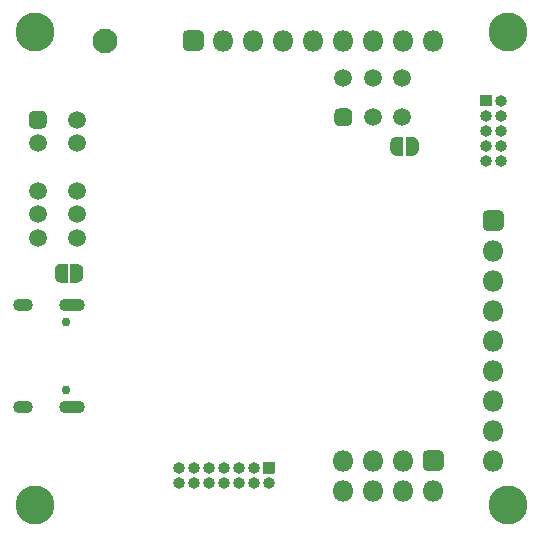
<source format=gbs>
G04 #@! TF.GenerationSoftware,KiCad,Pcbnew,(5.1.9-0-10_14)*
G04 #@! TF.CreationDate,2021-04-05T09:48:25+08:00*
G04 #@! TF.ProjectId,tigard,74696761-7264-42e6-9b69-6361645f7063,v1.1*
G04 #@! TF.SameCoordinates,Original*
G04 #@! TF.FileFunction,Soldermask,Bot*
G04 #@! TF.FilePolarity,Negative*
%FSLAX46Y46*%
G04 Gerber Fmt 4.6, Leading zero omitted, Abs format (unit mm)*
G04 Created by KiCad (PCBNEW (5.1.9-0-10_14)) date 2021-04-05 09:48:25*
%MOMM*%
%LPD*%
G01*
G04 APERTURE LIST*
%ADD10O,1.000000X1.000000*%
%ADD11O,2.200000X1.100000*%
%ADD12C,0.750000*%
%ADD13O,1.700000X1.100000*%
%ADD14O,1.800000X1.800000*%
%ADD15C,2.100000*%
%ADD16C,1.500000*%
%ADD17C,0.100000*%
%ADD18C,3.300000*%
G04 APERTURE END LIST*
D10*
X45137580Y-71128420D03*
X45137580Y-69858420D03*
X46407580Y-71128420D03*
X46407580Y-69858420D03*
X47677580Y-71128420D03*
X47677580Y-69858420D03*
X48947580Y-71128420D03*
X48947580Y-69858420D03*
X50217580Y-71128420D03*
X50217580Y-69858420D03*
X51487580Y-71128420D03*
X51487580Y-69858420D03*
X52757580Y-71128420D03*
G36*
G01*
X52307580Y-69358420D02*
X53207580Y-69358420D01*
G75*
G02*
X53257580Y-69408420I0J-50000D01*
G01*
X53257580Y-70308420D01*
G75*
G02*
X53207580Y-70358420I-50000J0D01*
G01*
X52307580Y-70358420D01*
G75*
G02*
X52257580Y-70308420I0J50000D01*
G01*
X52257580Y-69408420D01*
G75*
G02*
X52307580Y-69358420I50000J0D01*
G01*
G37*
X71145000Y-43860000D03*
X72415000Y-43860000D03*
X71145000Y-42590000D03*
X72415000Y-42590000D03*
X71145000Y-41320000D03*
X72415000Y-41320000D03*
X71145000Y-40050000D03*
X72415000Y-40050000D03*
X72415000Y-38780000D03*
G36*
G01*
X70645000Y-39230000D02*
X70645000Y-38330000D01*
G75*
G02*
X70695000Y-38280000I50000J0D01*
G01*
X71595000Y-38280000D01*
G75*
G02*
X71645000Y-38330000I0J-50000D01*
G01*
X71645000Y-39230000D01*
G75*
G02*
X71595000Y-39280000I-50000J0D01*
G01*
X70695000Y-39280000D01*
G75*
G02*
X70645000Y-39230000I0J50000D01*
G01*
G37*
D11*
X36130000Y-64720000D03*
X36130000Y-56080000D03*
D12*
X35600000Y-57510000D03*
D13*
X31950000Y-56080000D03*
D12*
X35600000Y-63290000D03*
D13*
X31950000Y-64720000D03*
G36*
G01*
X70880000Y-49390000D02*
X70880000Y-48490000D01*
G75*
G02*
X71330000Y-48040000I450000J0D01*
G01*
X72230000Y-48040000D01*
G75*
G02*
X72680000Y-48490000I0J-450000D01*
G01*
X72680000Y-49390000D01*
G75*
G02*
X72230000Y-49840000I-450000J0D01*
G01*
X71330000Y-49840000D01*
G75*
G02*
X70880000Y-49390000I0J450000D01*
G01*
G37*
D14*
X71780000Y-51480000D03*
X71780000Y-54020000D03*
X71780000Y-56560000D03*
X71780000Y-59100000D03*
X71780000Y-61640000D03*
X71780000Y-64180000D03*
X71780000Y-66720000D03*
X71780000Y-69260000D03*
D15*
X38890000Y-33700000D03*
D16*
X64080000Y-40200000D03*
X61580000Y-40200000D03*
G36*
G01*
X58330000Y-40575000D02*
X58330000Y-39825000D01*
G75*
G02*
X58705000Y-39450000I375000J0D01*
G01*
X59455000Y-39450000D01*
G75*
G02*
X59830000Y-39825000I0J-375000D01*
G01*
X59830000Y-40575000D01*
G75*
G02*
X59455000Y-40950000I-375000J0D01*
G01*
X58705000Y-40950000D01*
G75*
G02*
X58330000Y-40575000I0J375000D01*
G01*
G37*
X64080000Y-36900000D03*
X61580000Y-36900000D03*
X59080000Y-36900000D03*
G36*
G01*
X66250000Y-68360000D02*
X67150000Y-68360000D01*
G75*
G02*
X67600000Y-68810000I0J-450000D01*
G01*
X67600000Y-69710000D01*
G75*
G02*
X67150000Y-70160000I-450000J0D01*
G01*
X66250000Y-70160000D01*
G75*
G02*
X65800000Y-69710000I0J450000D01*
G01*
X65800000Y-68810000D01*
G75*
G02*
X66250000Y-68360000I450000J0D01*
G01*
G37*
D14*
X66700000Y-71800000D03*
X64160000Y-69260000D03*
X64160000Y-71800000D03*
X61620000Y-69260000D03*
X61620000Y-71800000D03*
X59080000Y-69260000D03*
X59080000Y-71800000D03*
G36*
G01*
X46830000Y-34600000D02*
X45930000Y-34600000D01*
G75*
G02*
X45480000Y-34150000I0J450000D01*
G01*
X45480000Y-33250000D01*
G75*
G02*
X45930000Y-32800000I450000J0D01*
G01*
X46830000Y-32800000D01*
G75*
G02*
X47280000Y-33250000I0J-450000D01*
G01*
X47280000Y-34150000D01*
G75*
G02*
X46830000Y-34600000I-450000J0D01*
G01*
G37*
X48920000Y-33700000D03*
X51460000Y-33700000D03*
X54000000Y-33700000D03*
X56540000Y-33700000D03*
X59080000Y-33700000D03*
X61620000Y-33700000D03*
X64160000Y-33700000D03*
X66700000Y-33700000D03*
D16*
X33200000Y-50400000D03*
X33200000Y-48400000D03*
X33200000Y-46400000D03*
X33200000Y-42400000D03*
G36*
G01*
X32825000Y-39650000D02*
X33575000Y-39650000D01*
G75*
G02*
X33950000Y-40025000I0J-375000D01*
G01*
X33950000Y-40775000D01*
G75*
G02*
X33575000Y-41150000I-375000J0D01*
G01*
X32825000Y-41150000D01*
G75*
G02*
X32450000Y-40775000I0J375000D01*
G01*
X32450000Y-40025000D01*
G75*
G02*
X32825000Y-39650000I375000J0D01*
G01*
G37*
X36500000Y-50400000D03*
X36500000Y-48400000D03*
X36500000Y-46400000D03*
X36500000Y-42400000D03*
X36500000Y-40400000D03*
D17*
G36*
X35990245Y-54199039D02*
G01*
X35980866Y-54196194D01*
X35972221Y-54191573D01*
X35964645Y-54185355D01*
X35958427Y-54177779D01*
X35953806Y-54169134D01*
X35950961Y-54159755D01*
X35950000Y-54150000D01*
X35950000Y-52650000D01*
X35950961Y-52640245D01*
X35953806Y-52630866D01*
X35958427Y-52622221D01*
X35964645Y-52614645D01*
X35972221Y-52608427D01*
X35980866Y-52603806D01*
X35990245Y-52600961D01*
X36000000Y-52600000D01*
X36500000Y-52600000D01*
X36506111Y-52600602D01*
X36524534Y-52600602D01*
X36529435Y-52600843D01*
X36578266Y-52605653D01*
X36583119Y-52606373D01*
X36631244Y-52615945D01*
X36636005Y-52617137D01*
X36682960Y-52631381D01*
X36687579Y-52633034D01*
X36732912Y-52651811D01*
X36737349Y-52653909D01*
X36780622Y-52677040D01*
X36784829Y-52679562D01*
X36825628Y-52706822D01*
X36829570Y-52709746D01*
X36867499Y-52740874D01*
X36871134Y-52744169D01*
X36905831Y-52778866D01*
X36909126Y-52782501D01*
X36940254Y-52820430D01*
X36943178Y-52824372D01*
X36970438Y-52865171D01*
X36972960Y-52869378D01*
X36996091Y-52912651D01*
X36998189Y-52917088D01*
X37016966Y-52962421D01*
X37018619Y-52967040D01*
X37032863Y-53013995D01*
X37034055Y-53018756D01*
X37043627Y-53066881D01*
X37044347Y-53071734D01*
X37049157Y-53120565D01*
X37049398Y-53125466D01*
X37049398Y-53143889D01*
X37050000Y-53150000D01*
X37050000Y-53650000D01*
X37049398Y-53656111D01*
X37049398Y-53674534D01*
X37049157Y-53679435D01*
X37044347Y-53728266D01*
X37043627Y-53733119D01*
X37034055Y-53781244D01*
X37032863Y-53786005D01*
X37018619Y-53832960D01*
X37016966Y-53837579D01*
X36998189Y-53882912D01*
X36996091Y-53887349D01*
X36972960Y-53930622D01*
X36970438Y-53934829D01*
X36943178Y-53975628D01*
X36940254Y-53979570D01*
X36909126Y-54017499D01*
X36905831Y-54021134D01*
X36871134Y-54055831D01*
X36867499Y-54059126D01*
X36829570Y-54090254D01*
X36825628Y-54093178D01*
X36784829Y-54120438D01*
X36780622Y-54122960D01*
X36737349Y-54146091D01*
X36732912Y-54148189D01*
X36687579Y-54166966D01*
X36682960Y-54168619D01*
X36636005Y-54182863D01*
X36631244Y-54184055D01*
X36583119Y-54193627D01*
X36578266Y-54194347D01*
X36529435Y-54199157D01*
X36524534Y-54199398D01*
X36506111Y-54199398D01*
X36500000Y-54200000D01*
X36000000Y-54200000D01*
X35990245Y-54199039D01*
G37*
G36*
X35193889Y-54199398D02*
G01*
X35175466Y-54199398D01*
X35170565Y-54199157D01*
X35121734Y-54194347D01*
X35116881Y-54193627D01*
X35068756Y-54184055D01*
X35063995Y-54182863D01*
X35017040Y-54168619D01*
X35012421Y-54166966D01*
X34967088Y-54148189D01*
X34962651Y-54146091D01*
X34919378Y-54122960D01*
X34915171Y-54120438D01*
X34874372Y-54093178D01*
X34870430Y-54090254D01*
X34832501Y-54059126D01*
X34828866Y-54055831D01*
X34794169Y-54021134D01*
X34790874Y-54017499D01*
X34759746Y-53979570D01*
X34756822Y-53975628D01*
X34729562Y-53934829D01*
X34727040Y-53930622D01*
X34703909Y-53887349D01*
X34701811Y-53882912D01*
X34683034Y-53837579D01*
X34681381Y-53832960D01*
X34667137Y-53786005D01*
X34665945Y-53781244D01*
X34656373Y-53733119D01*
X34655653Y-53728266D01*
X34650843Y-53679435D01*
X34650602Y-53674534D01*
X34650602Y-53656111D01*
X34650000Y-53650000D01*
X34650000Y-53150000D01*
X34650602Y-53143889D01*
X34650602Y-53125466D01*
X34650843Y-53120565D01*
X34655653Y-53071734D01*
X34656373Y-53066881D01*
X34665945Y-53018756D01*
X34667137Y-53013995D01*
X34681381Y-52967040D01*
X34683034Y-52962421D01*
X34701811Y-52917088D01*
X34703909Y-52912651D01*
X34727040Y-52869378D01*
X34729562Y-52865171D01*
X34756822Y-52824372D01*
X34759746Y-52820430D01*
X34790874Y-52782501D01*
X34794169Y-52778866D01*
X34828866Y-52744169D01*
X34832501Y-52740874D01*
X34870430Y-52709746D01*
X34874372Y-52706822D01*
X34915171Y-52679562D01*
X34919378Y-52677040D01*
X34962651Y-52653909D01*
X34967088Y-52651811D01*
X35012421Y-52633034D01*
X35017040Y-52631381D01*
X35063995Y-52617137D01*
X35068756Y-52615945D01*
X35116881Y-52606373D01*
X35121734Y-52605653D01*
X35170565Y-52600843D01*
X35175466Y-52600602D01*
X35193889Y-52600602D01*
X35200000Y-52600000D01*
X35700000Y-52600000D01*
X35709755Y-52600961D01*
X35719134Y-52603806D01*
X35727779Y-52608427D01*
X35735355Y-52614645D01*
X35741573Y-52622221D01*
X35746194Y-52630866D01*
X35749039Y-52640245D01*
X35750000Y-52650000D01*
X35750000Y-54150000D01*
X35749039Y-54159755D01*
X35746194Y-54169134D01*
X35741573Y-54177779D01*
X35735355Y-54185355D01*
X35727779Y-54191573D01*
X35719134Y-54196194D01*
X35709755Y-54199039D01*
X35700000Y-54200000D01*
X35200000Y-54200000D01*
X35193889Y-54199398D01*
G37*
G36*
X64390245Y-43449039D02*
G01*
X64380866Y-43446194D01*
X64372221Y-43441573D01*
X64364645Y-43435355D01*
X64358427Y-43427779D01*
X64353806Y-43419134D01*
X64350961Y-43409755D01*
X64350000Y-43400000D01*
X64350000Y-41900000D01*
X64350961Y-41890245D01*
X64353806Y-41880866D01*
X64358427Y-41872221D01*
X64364645Y-41864645D01*
X64372221Y-41858427D01*
X64380866Y-41853806D01*
X64390245Y-41850961D01*
X64400000Y-41850000D01*
X64900000Y-41850000D01*
X64906111Y-41850602D01*
X64924534Y-41850602D01*
X64929435Y-41850843D01*
X64978266Y-41855653D01*
X64983119Y-41856373D01*
X65031244Y-41865945D01*
X65036005Y-41867137D01*
X65082960Y-41881381D01*
X65087579Y-41883034D01*
X65132912Y-41901811D01*
X65137349Y-41903909D01*
X65180622Y-41927040D01*
X65184829Y-41929562D01*
X65225628Y-41956822D01*
X65229570Y-41959746D01*
X65267499Y-41990874D01*
X65271134Y-41994169D01*
X65305831Y-42028866D01*
X65309126Y-42032501D01*
X65340254Y-42070430D01*
X65343178Y-42074372D01*
X65370438Y-42115171D01*
X65372960Y-42119378D01*
X65396091Y-42162651D01*
X65398189Y-42167088D01*
X65416966Y-42212421D01*
X65418619Y-42217040D01*
X65432863Y-42263995D01*
X65434055Y-42268756D01*
X65443627Y-42316881D01*
X65444347Y-42321734D01*
X65449157Y-42370565D01*
X65449398Y-42375466D01*
X65449398Y-42393889D01*
X65450000Y-42400000D01*
X65450000Y-42900000D01*
X65449398Y-42906111D01*
X65449398Y-42924534D01*
X65449157Y-42929435D01*
X65444347Y-42978266D01*
X65443627Y-42983119D01*
X65434055Y-43031244D01*
X65432863Y-43036005D01*
X65418619Y-43082960D01*
X65416966Y-43087579D01*
X65398189Y-43132912D01*
X65396091Y-43137349D01*
X65372960Y-43180622D01*
X65370438Y-43184829D01*
X65343178Y-43225628D01*
X65340254Y-43229570D01*
X65309126Y-43267499D01*
X65305831Y-43271134D01*
X65271134Y-43305831D01*
X65267499Y-43309126D01*
X65229570Y-43340254D01*
X65225628Y-43343178D01*
X65184829Y-43370438D01*
X65180622Y-43372960D01*
X65137349Y-43396091D01*
X65132912Y-43398189D01*
X65087579Y-43416966D01*
X65082960Y-43418619D01*
X65036005Y-43432863D01*
X65031244Y-43434055D01*
X64983119Y-43443627D01*
X64978266Y-43444347D01*
X64929435Y-43449157D01*
X64924534Y-43449398D01*
X64906111Y-43449398D01*
X64900000Y-43450000D01*
X64400000Y-43450000D01*
X64390245Y-43449039D01*
G37*
G36*
X63593889Y-43449398D02*
G01*
X63575466Y-43449398D01*
X63570565Y-43449157D01*
X63521734Y-43444347D01*
X63516881Y-43443627D01*
X63468756Y-43434055D01*
X63463995Y-43432863D01*
X63417040Y-43418619D01*
X63412421Y-43416966D01*
X63367088Y-43398189D01*
X63362651Y-43396091D01*
X63319378Y-43372960D01*
X63315171Y-43370438D01*
X63274372Y-43343178D01*
X63270430Y-43340254D01*
X63232501Y-43309126D01*
X63228866Y-43305831D01*
X63194169Y-43271134D01*
X63190874Y-43267499D01*
X63159746Y-43229570D01*
X63156822Y-43225628D01*
X63129562Y-43184829D01*
X63127040Y-43180622D01*
X63103909Y-43137349D01*
X63101811Y-43132912D01*
X63083034Y-43087579D01*
X63081381Y-43082960D01*
X63067137Y-43036005D01*
X63065945Y-43031244D01*
X63056373Y-42983119D01*
X63055653Y-42978266D01*
X63050843Y-42929435D01*
X63050602Y-42924534D01*
X63050602Y-42906111D01*
X63050000Y-42900000D01*
X63050000Y-42400000D01*
X63050602Y-42393889D01*
X63050602Y-42375466D01*
X63050843Y-42370565D01*
X63055653Y-42321734D01*
X63056373Y-42316881D01*
X63065945Y-42268756D01*
X63067137Y-42263995D01*
X63081381Y-42217040D01*
X63083034Y-42212421D01*
X63101811Y-42167088D01*
X63103909Y-42162651D01*
X63127040Y-42119378D01*
X63129562Y-42115171D01*
X63156822Y-42074372D01*
X63159746Y-42070430D01*
X63190874Y-42032501D01*
X63194169Y-42028866D01*
X63228866Y-41994169D01*
X63232501Y-41990874D01*
X63270430Y-41959746D01*
X63274372Y-41956822D01*
X63315171Y-41929562D01*
X63319378Y-41927040D01*
X63362651Y-41903909D01*
X63367088Y-41901811D01*
X63412421Y-41883034D01*
X63417040Y-41881381D01*
X63463995Y-41867137D01*
X63468756Y-41865945D01*
X63516881Y-41856373D01*
X63521734Y-41855653D01*
X63570565Y-41850843D01*
X63575466Y-41850602D01*
X63593889Y-41850602D01*
X63600000Y-41850000D01*
X64100000Y-41850000D01*
X64109755Y-41850961D01*
X64119134Y-41853806D01*
X64127779Y-41858427D01*
X64135355Y-41864645D01*
X64141573Y-41872221D01*
X64146194Y-41880866D01*
X64149039Y-41890245D01*
X64150000Y-41900000D01*
X64150000Y-43400000D01*
X64149039Y-43409755D01*
X64146194Y-43419134D01*
X64141573Y-43427779D01*
X64135355Y-43435355D01*
X64127779Y-43441573D01*
X64119134Y-43446194D01*
X64109755Y-43449039D01*
X64100000Y-43450000D01*
X63600000Y-43450000D01*
X63593889Y-43449398D01*
G37*
D18*
X33000000Y-33000000D03*
X73000000Y-33000000D03*
X33000000Y-73000000D03*
X73000000Y-73000000D03*
M02*

</source>
